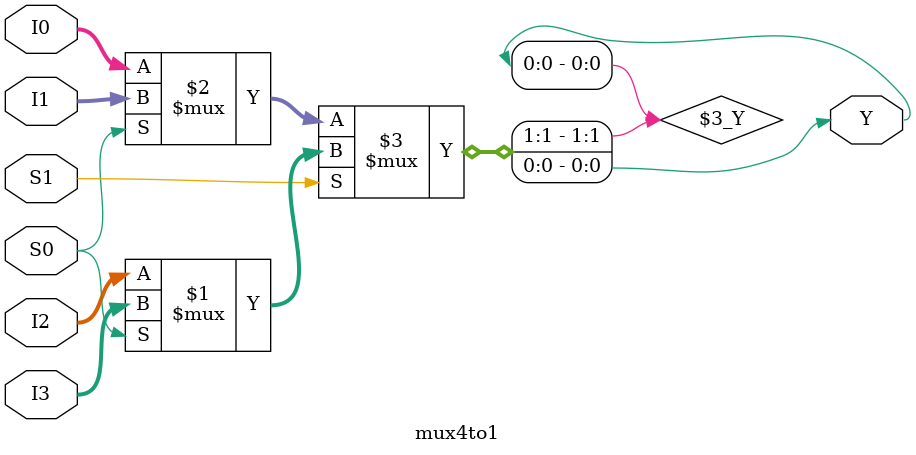
<source format=v>
`timescale 1ns / 1ps
module mux4to1(I0, I1, I2, I3, S0, S1, Y);
output Y;
input [1:0] I0, I1, I2, I3;
input S0, S1;

assign Y = S1 ? (S0 ? I3 : I2) : (S0 ? I1 : I0);
endmodule

</source>
